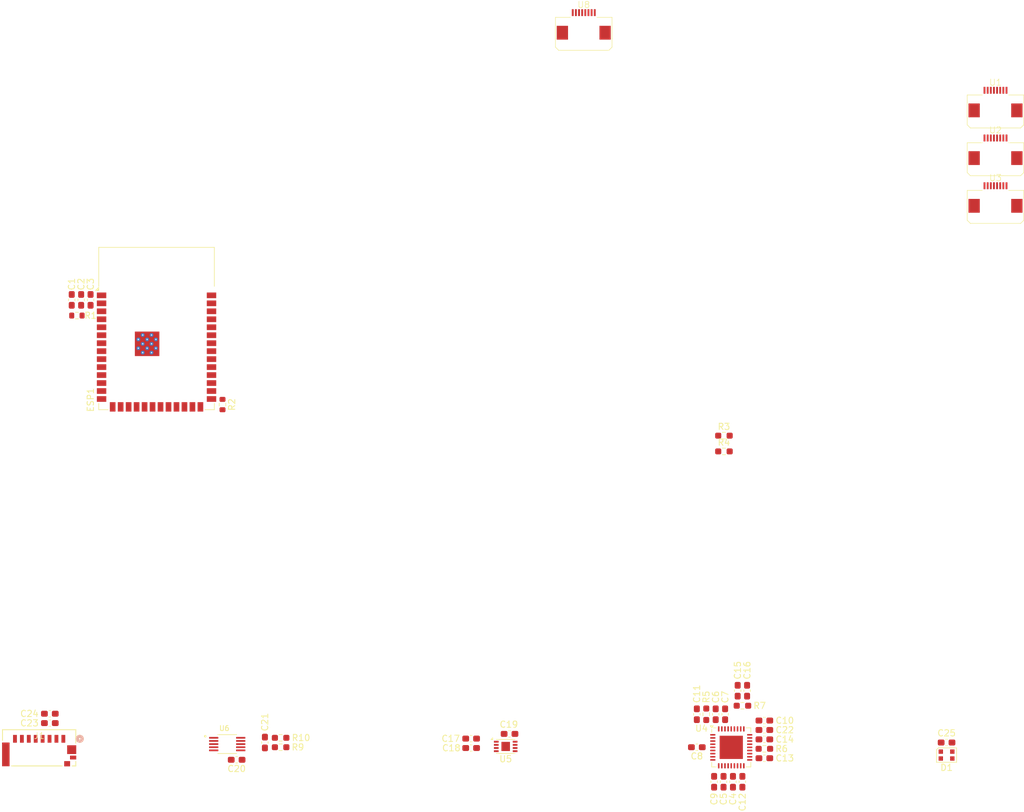
<source format=kicad_pcb>
(kicad_pcb (version 20240108) (generator "pcbnew") (generator_version "8.0")
  (layers (0 "F.Cu" signal) (31 "B.Cu" signal) (34 "B.Paste" user) (35 "F.Paste" user) (36 "B.SilkS" user "B.Silkscreen") (37 "F.SilkS" user "F.Silkscreen") (38 "B.Mask" user) (39 "F.Mask" user) (44 "Edge.Cuts" user))
  (net 0 "")
  (net 1 "Net-(ESP1-EN)")
  (net 2 "GND")
  (net 3 "+3V3")
  (net 4 "Net-(U4-CRFILT)")
  (net 5 "Net-(U4-PLLFILT)")
  (net 6 "Net-(U4-RESET_N)")
  (net 7 "Net-(U4-XTALIN{slash}CLKIN)")
  (net 8 "Net-(U4-XTALOUT)")
  (net 9 "Net-(U5-X1)")
  (net 10 "Net-(U5-X2)")
  (net 11 "Net-(U6-VIN-)")
  (net 12 "Net-(U6-VBUS)")
  (net 13 "+5VP")
  (net 39 "Net-(ESP1-GPIO0{slash}BOOT)")
  (net 48 "I2C SCL")
  (net 49 "I2C SDA")
  (net 50 "Net-(U4-RBIAS)")
  (net 51 "+5V")
  (net 52 "Gesture GPIO 1")
  (net 54 "Debug LED")
  (net 55 "Gesture GPIO 2")
  (net 56 "Snoot UART TX")
  (net 57 "Snoot USB -")
  (net 58 "Snoot USB +")
  (net 59 "Snoot UART RX")
  (net 69 "Power USB +")
  (net 73 "Power USB -")
  (net 76 "Net-(J3-Pin_1)")
  (net 78 "Net-(JP2-C)")
  (net 79 "Net-(JP1-C)")
  (net 80 "SD SPI CS")
  (net 81 "SD SPI CLK")
  (net 83 "SD SPI MOSI")
  (net 84 "SD SPI MISO")
  (net 86 "Photoresistor 1")
  (net 87 "Photoresistor 2")
  (net 88 "Fan 0")
  (net 89 "Mic Analog")
  (net 90 "Fan 1")
  (net 91 "Main USB -")
  (net 92 "Main USB +")
  (net 93 "HUD USB -")
  (net 94 "HUD USB +")
  (footprint "Package_DFN_QFN:QFN-36-1EP_6x6mm_P0.5mm_EP3.7x3.7mm" (layer "F.Cu") (at 137.48 173.77)
    (property "Reference" "U4" (at -4.73 -3.02 0) (layer "F.SilkS"))
    (property "Value" "USB2513B_Bi" (hide yes))
    (fp_line (start -3.11 -2.385) (end -3.11 -2.87) (stroke (width 0.12)) (layer "F.SilkS"))
    (fp_line (start -3.11 3.11) (end -3.11 2.385) (stroke (width 0.12)) (layer "F.SilkS"))
    (fp_line (start -2.385 -3.11) (end -2.81 -3.11) (stroke (width 0.12)) (layer "F.SilkS"))
    (fp_line (start -2.385 3.11) (end -3.11 3.11) (stroke (width 0.12)) (layer "F.SilkS"))
    (fp_line (start 2.385 -3.11) (end 3.11 -3.11) (stroke (width 0.12)) (layer "F.SilkS"))
    (fp_line (start 2.385 3.11) (end 3.11 3.11) (stroke (width 0.12)) (layer "F.SilkS"))
    (fp_line (start 3.11 -3.11) (end 3.11 -2.385) (stroke (width 0.12)) (layer "F.SilkS"))
    (fp_line (start 3.11 3.11) (end 3.11 2.385) (stroke (width 0.12)) (layer "F.SilkS"))
    (fp_poly (pts (xy -3.11 -3.11) (xy -3.35 -3.44) (xy -2.87 -3.44) (xy -3.11 -3.11)) (stroke (width 0.12)) (fill solid) (layer "F.SilkS"))
    (pad "1" smd roundrect (at -2.9375 -2) (size 0.825 0.25) (layers "F.Cu" "F.Paste" "F.Mask") (net 91 "Main USB -"))
    (pad "2" smd roundrect (at -2.9375 -1.5) (size 0.825 0.25) (layers "F.Cu" "F.Paste" "F.Mask") (net 92 "Main USB +"))
    (pad "3" smd roundrect (at -2.9375 -1) (size 0.825 0.25) (layers "F.Cu" "F.Paste" "F.Mask") (net 93 "HUD USB -"))
    (pad "4" smd roundrect (at -2.9375 -0.5) (size 0.825 0.25) (layers "F.Cu" "F.Paste" "F.Mask") (net 94 "HUD USB +"))
    (pad "5" smd roundrect (at -2.9375 0) (size 0.825 0.25) (layers "F.Cu" "F.Paste" "F.Mask") (net 3 "+3V3"))
    (pad "6" smd roundrect (at -2.9375 0.5) (size 0.825 0.25) (layers "F.Cu" "F.Paste" "F.Mask") (net 57 "Snoot USB -"))
    (pad "7" smd roundrect (at -2.9375 1) (size 0.825 0.25) (layers "F.Cu" "F.Paste" "F.Mask") (net 58 "Snoot USB +"))
    (pad "8" smd roundrect (at -2.9375 1.5) (size 0.825 0.25) (layers "F.Cu" "F.Paste" "F.Mask"))
    (pad "9" smd roundrect (at -2.9375 2) (size 0.825 0.25) (layers "F.Cu" "F.Paste" "F.Mask"))
    (pad "10" smd roundrect (at -2 2.9375) (size 0.25 0.825) (layers "F.Cu" "F.Paste" "F.Mask") (net 3 "+3V3"))
    (pad "11" smd roundrect (at -1.5 2.9375) (size 0.25 0.825) (layers "F.Cu" "F.Paste" "F.Mask") (net 2 "GND"))
    (pad "12" smd roundrect (at -1 2.9375) (size 0.25 0.825) (layers "F.Cu" "F.Paste" "F.Mask"))
    (pad "13" smd roundrect (at -0.5 2.9375) (size 0.25 0.825) (layers "F.Cu" "F.Paste" "F.Mask"))
    (pad "14" smd roundrect (at 0 2.9375) (size 0.25 0.825) (layers "F.Cu" "F.Paste" "F.Mask") (net 4 "Net-(U4-CRFILT)"))
    (pad "15" smd roundrect (at 0.5 2.9375) (size 0.25 0.825) (layers "F.Cu" "F.Paste" "F.Mask") (net 3 "+3V3"))
    (pad "16" smd roundrect (at 1 2.9375) (size 0.25 0.825) (layers "F.Cu" "F.Paste" "F.Mask"))
    (pad "17" smd roundrect (at 1.5 2.9375) (size 0.25 0.825) (layers "F.Cu" "F.Paste" "F.Mask"))
    (pad "18" smd roundrect (at 2 2.9375) (size 0.25 0.825) (layers "F.Cu" "F.Paste" "F.Mask"))
    (pad "19" smd roundrect (at 2.9375 2) (size 0.825 0.25) (layers "F.Cu" "F.Paste" "F.Mask"))
    (pad "20" smd roundrect (at 2.9375 1.5) (size 0.825 0.25) (layers "F.Cu" "F.Paste" "F.Mask"))
    (pad "21" smd roundrect (at 2.9375 1) (size 0.825 0.25) (layers "F.Cu" "F.Paste" "F.Mask"))
    (pad "22" smd roundrect (at 2.9375 0.5) (size 0.825 0.25) (layers "F.Cu" "F.Paste" "F.Mask"))
    (pad "23" smd roundrect (at 2.9375 0) (size 0.825 0.25) (layers "F.Cu" "F.Paste" "F.Mask") (net 3 "+3V3"))
    (pad "24" smd roundrect (at 2.9375 -0.5) (size 0.825 0.25) (layers "F.Cu" "F.Paste" "F.Mask"))
    (pad "25" smd roundrect (at 2.9375 -1) (size 0.825 0.25) (layers "F.Cu" "F.Paste" "F.Mask"))
    (pad "26" smd roundrect (at 2.9375 -1.5) (size 0.825 0.25) (layers "F.Cu" "F.Paste" "F.Mask") (net 6 "Net-(U4-RESET_N)"))
    (pad "27" smd roundrect (at 2.9375 -2) (size 0.825 0.25) (layers "F.Cu" "F.Paste" "F.Mask") (net 13 "+5VP"))
    (pad "28" smd roundrect (at 2 -2.9375) (size 0.25 0.825) (layers "F.Cu" "F.Paste" "F.Mask"))
    (pad "29" smd roundrect (at 1.5 -2.9375) (size 0.25 0.825) (layers "F.Cu" "F.Paste" "F.Mask") (net 3 "+3V3"))
    (pad "30" smd roundrect (at 1 -2.9375) (size 0.25 0.825) (layers "F.Cu" "F.Paste" "F.Mask") (net 73 "Power USB -"))
    (pad "31" smd roundrect (at 0.5 -2.9375) (size 0.25 0.825) (layers "F.Cu" "F.Paste" "F.Mask") (net 69 "Power USB +"))
    (pad "32" smd roundrect (at 0 -2.9375) (size 0.25 0.825) (layers "F.Cu" "F.Paste" "F.Mask") (net 8 "Net-(U4-XTALOUT)"))
    (pad "33" smd roundrect (at -0.5 -2.9375) (size 0.25 0.825) (layers "F.Cu" "F.Paste" "F.Mask") (net 7 "Net-(U4-XTALIN{slash}CLKIN)"))
    (pad "34" smd roundrect (at -1 -2.9375) (size 0.25 0.825) (layers "F.Cu" "F.Paste" "F.Mask") (net 5 "Net-(U4-PLLFILT)"))
    (pad "35" smd roundrect (at -1.5 -2.9375) (size 0.25 0.825) (layers "F.Cu" "F.Paste" "F.Mask") (net 50 "Net-(U4-RBIAS)"))
    (pad "36" smd roundrect (at -2 -2.9375) (size 0.25 0.825) (layers "F.Cu" "F.Paste" "F.Mask") (net 3 "+3V3"))
    (pad "37" smd rect (at 0 0) (size 3.7 3.7) (property pad_prop_heatsink) (layers "F.Cu" "F.Mask") (net 2 "GND"))
  )
  (footprint "Capacitor_SMD:C_0603_1608Metric_Pad1.08x0.95mm_HandSolder" (layer "F.Cu") (at 132 168.5 90)
    (property "Reference" "C11" (at 3.25 0 90) (layer "F.SilkS"))
    (property "Value" "0.1uF" (hide yes))
    (fp_line (start -0.146267 -0.51) (end 0.146267 -0.51) (stroke (width 0.12)) (layer "F.SilkS"))
    (fp_line (start -0.146267 0.51) (end 0.146267 0.51) (stroke (width 0.12)) (layer "F.SilkS"))
    (pad "1" smd roundrect (at -0.8625 0 90) (size 1.075 0.95) (layers "F.Cu" "F.Paste" "F.Mask") (net 3 "+3V3"))
    (pad "2" smd roundrect (at 0.8625 0 90) (size 1.075 0.95) (layers "F.Cu" "F.Paste" "F.Mask") (net 2 "GND"))
  )
  (footprint "Capacitor_SMD:C_0603_1608Metric_Pad1.08x0.95mm_HandSolder" (layer "F.Cu") (at 58.75 175.75 180)
    (property "Reference" "C20" (at 0 -1.43 360) (layer "F.SilkS"))
    (property "Value" "0.1uF" (hide yes))
    (fp_line (start -0.146267 0.51) (end 0.146267 0.51) (stroke (width 0.12)) (layer "F.SilkS"))
    (fp_line (start -0.146267 -0.51) (end 0.146267 -0.51) (stroke (width 0.12)) (layer "F.SilkS"))
    (pad "1" smd roundrect (at -0.8625 0 180) (size 1.075 0.95) (layers "F.Cu" "F.Paste" "F.Mask") (net 3 "+3V3"))
    (pad "2" smd roundrect (at 0.8625 0 180) (size 1.075 0.95) (layers "F.Cu" "F.Paste" "F.Mask") (net 2 "GND"))
  )
  (footprint "Package_DFN_QFN:DFN-8-1EP_3x2mm_P0.5mm_EP1.36x1.46mm" (layer "F.Cu") (at 101.575 173.625)
    (property "Reference" "U5" (at 0 2 0) (layer "F.SilkS"))
    (property "Value" "MCP7940N-xMNY" (hide yes))
    (fp_line (start -1.5 -1.11) (end 1.5 -1.11) (stroke (width 0.12)) (layer "F.SilkS"))
    (fp_line (start -1.5 1.11) (end 1.5 1.11) (stroke (width 0.12)) (layer "F.SilkS"))
    (fp_poly (pts (xy -2.06 -1.09) (xy -2.34 -1.09) (xy -2.06 -1.37) (xy -2.06 -1.09)) (stroke (width 0.12)) (fill solid) (layer "F.SilkS"))
    (pad "1" smd rect (at -1.5 -0.75) (size 0.75 0.3) (layers "F.Cu" "F.Paste" "F.Mask") (net 9 "Net-(U5-X1)"))
    (pad "2" smd rect (at -1.5 -0.25) (size 0.75 0.3) (layers "F.Cu" "F.Paste" "F.Mask") (net 10 "Net-(U5-X2)"))
    (pad "3" smd rect (at -1.5 0.25) (size 0.75 0.3) (layers "F.Cu" "F.Paste" "F.Mask") (net 76 "Net-(J3-Pin_1)"))
    (pad "4" smd rect (at -1.5 0.75) (size 0.75 0.3) (layers "F.Cu" "F.Paste" "F.Mask") (net 2 "GND"))
    (pad "5" smd rect (at 1.5 0.75) (size 0.75 0.3) (layers "F.Cu" "F.Paste" "F.Mask") (net 49 "I2C SDA"))
    (pad "6" smd rect (at 1.5 0.25) (size 0.75 0.3) (layers "F.Cu" "F.Paste" "F.Mask") (net 48 "I2C SCL"))
    (pad "7" smd rect (at 1.5 -0.25) (size 0.75 0.3) (layers "F.Cu" "F.Paste" "F.Mask"))
    (pad "8" smd rect (at 1.5 -0.75) (size 0.75 0.3) (layers "F.Cu" "F.Paste" "F.Mask") (net 3 "+3V3"))
    (pad "9" smd rect (at 0 0) (size 1.36 1.46) (layers "F.Cu" "F.Mask") (net 2 "GND"))
  )
  (footprint "FFC:FFC-8-0.5" (layer "F.Cu") (at 114 57.4)
    (property "Reference" "U8" (at 0 -1.9 0) (layer "F.SilkS") (effects (font (thickness 0.1))))
    (property "Value" "F FFC" (hide yes))
    (fp_line (start -4.5 0.1) (end -2.1 0.1) (stroke (width 0.1)) (layer "F.SilkS"))
    (fp_line (start -4.5 3.45) (end -4.5 0.1) (stroke (width 0.1)) (layer "F.SilkS"))
    (fp_line (start -4.5 4.849999) (end -4.5 3.45) (stroke (width 0.1)) (layer "F.SilkS"))
    (fp_line (start -4 5.35) (end -4.5 4.849999) (stroke (width 0.1)) (layer "F.SilkS"))
    (fp_line (start -4 5.35) (end 4 5.35) (stroke (width 0.1)) (layer "F.SilkS"))
    (fp_line (start 2.1 0.1) (end 4.5 0.1) (stroke (width 0.1)) (layer "F.SilkS"))
    (fp_line (start 4 5.35) (end 4.5 4.849999) (stroke (width 0.1)) (layer "F.SilkS"))
    (fp_line (start 4.5 0.1) (end 4.5 3.45) (stroke (width 0.1)) (layer "F.SilkS"))
    (fp_line (start 4.5 4.849999) (end 4.5 3.45) (stroke (width 0.1)) (layer "F.SilkS"))
    (pad "" smd rect (at -3.4 2.55) (size 1.8 2.2) (layers "F.Cu" "F.Paste" "F.Mask"))
    (pad "" smd rect (at 3.4 2.55) (size 1.8 2.2) (layers "F.Cu" "F.Paste" "F.Mask"))
    (pad "1" smd rect (at -1.75 -0.65) (size 0.3 1.1) (layers "F.Cu" "F.Paste" "F.Mask") (net 2 "GND"))
    (pad "2" smd rect (at -1.25 -0.65) (size 0.3 1.1) (layers "F.Cu" "F.Paste" "F.Mask") (net 89 "Mic Analog"))
    (pad "3" smd rect (at -0.75 -0.649999) (size 0.3 1.1) (layers "F.Cu" "F.Paste" "F.Mask") (net 3 "+3V3"))
    (pad "4" smd rect (at -0.25 -0.65) (size 0.3 1.1) (layers "F.Cu" "F.Paste" "F.Mask") (net 51 "+5V"))
    (pad "5" smd rect (at 0.25 -0.65) (size 0.3 1.1) (layers "F.Cu" "F.Paste" "F.Mask") (net 51 "+5V"))
    (pad "6" smd rect (at 0.750001 -0.65) (size 0.3 1.1) (layers "F.Cu" "F.Paste" "F.Mask") (net 88 "Fan 0"))
    (pad "7" smd rect (at 1.25 -0.65) (size 0.3 1.1) (layers "F.Cu" "F.Paste" "F.Mask") (net 90 "Fan 1"))
    (pad "8" smd rect (at 1.749999 -0.65) (size 0.3 1.1) (layers "F.Cu" "F.Paste" "F.Mask") (net 2 "GND"))
  )
  (footprint "Capacitor_SMD:C_0603_1608Metric_Pad1.08x0.95mm_HandSolder" (layer "F.Cu") (at 29.016619 169.91)
    (property "Reference" "C23" (at -3.25 0 0) (layer "F.SilkS"))
    (property "Value" "22uF" (hide yes))
    (fp_line (start -0.146267 -0.51) (end 0.146267 -0.51) (stroke (width 0.12)) (layer "F.SilkS"))
    (fp_line (start -0.146267 0.51) (end 0.146267 0.51) (stroke (width 0.12)) (layer "F.SilkS"))
    (pad "1" smd roundrect (at -0.8625 0) (size 1.075 0.95) (layers "F.Cu" "F.Paste" "F.Mask") (net 3 "+3V3"))
    (pad "2" smd roundrect (at 0.8625 0) (size 1.075 0.95) (layers "F.Cu" "F.Paste" "F.Mask") (net 2 "GND"))
  )
  (footprint "Capacitor_SMD:C_0603_1608Metric_Pad1.08x0.95mm_HandSolder" (layer "F.Cu") (at 135 168.5 90)
    (property "Reference" "C6" (at 2.75 0.01 90) (layer "F.SilkS"))
    (property "Value" "1uF" (hide yes))
    (fp_line (start -0.146267 -0.51) (end 0.146267 -0.51) (stroke (width 0.12)) (layer "F.SilkS"))
    (fp_line (start -0.146267 0.51) (end 0.146267 0.51) (stroke (width 0.12)) (layer "F.SilkS"))
    (pad "1" smd roundrect (at -0.8625 0 90) (size 1.075 0.95) (layers "F.Cu" "F.Paste" "F.Mask") (net 5 "Net-(U4-PLLFILT)"))
    (pad "2" smd roundrect (at 0.8625 0 90) (size 1.075 0.95) (layers "F.Cu" "F.Paste" "F.Mask") (net 2 "GND"))
  )
  (footprint "FFC:FFC-8-0.5" (layer "F.Cu") (at 179.54 84.97)
    (property "Reference" "U3" (at 0 -1.9 0) (layer "F.SilkS") (effects (font (thickness 0.1))))
    (property "Value" "S FFC" (hide yes))
    (fp_line (start -4.5 0.1) (end -2.1 0.1) (stroke (width 0.1)) (layer "F.SilkS"))
    (fp_line (start -4.5 3.45) (end -4.5 0.1) (stroke (width 0.1)) (layer "F.SilkS"))
    (fp_line (start -4.5 4.849999) (end -4.5 3.45) (stroke (width 0.1)) (layer "F.SilkS"))
    (fp_line (start -4 5.35) (end -4.5 4.849999) (stroke (width 0.1)) (layer "F.SilkS"))
    (fp_line (start -4 5.35) (end 4 5.35) (stroke (width 0.1)) (layer "F.SilkS"))
    (fp_line (start 2.1 0.1) (end 4.5 0.1) (stroke (width 0.1)) (layer "F.SilkS"))
    (fp_line (start 4 5.35) (end 4.5 4.849999) (stroke (width 0.1)) (layer "F.SilkS"))
    (fp_line (start 4.5 0.1) (end 4.5 3.45) (stroke (width 0.1)) (layer "F.SilkS"))
    (fp_line (start 4.5 4.849999) (end 4.5 3.45) (stroke (width 0.1)) (layer "F.SilkS"))
    (pad "" smd rect (at -3.4 2.55) (size 1.8 2.2) (layers "F.Cu" "F.Paste" "F.Mask"))
    (pad "" smd rect (at 3.4 2.55) (size 1.8 2.2) (layers "F.Cu" "F.Paste" "F.Mask"))
    (pad "1" smd rect (at -1.75 -0.65) (size 0.3 1.1) (layers "F.Cu" "F.Paste" "F.Mask") (net 2 "GND"))
    (pad "2" smd rect (at -1.25 -0.65) (size 0.3 1.1) (layers "F.Cu" "F.Paste" "F.Mask") (net 59 "Snoot UART RX"))
    (pad "3" smd rect (at -0.75 -0.649999) (size 0.3 1.1) (layers "F.Cu" "F.Paste" "F.Mask") (net 56 "Snoot UART TX"))
    (pad "4" smd rect (at -0.25 -0.65) (size 0.3 1.1) (layers "F.Cu" "F.Paste" "F.Mask") (net 51 "+5V"))
    (pad "5" smd rect (at 0.25 -0.65) (size 0.3 1.1) (layers "F.Cu" "F.Paste" "F.Mask") (net 51 "+5V"))
    (pad "6" smd rect (at 0.750001 -0.65) (size 0.3 1.1) (layers "F.Cu" "F.Paste" "F.Mask") (net 58 "Snoot USB +"))
    (pad "7" smd rect (at 1.25 -0.65) (size 0.3 1.1) (layers "F.Cu" "F.Paste" "F.Mask") (net 57 "Snoot USB -"))
    (pad "8" smd rect (at 1.749999 -0.65) (size 0.3 1.1) (layers "F.Cu" "F.Paste" "F.Mask") (net 2 "GND"))
  )
  (footprint "Resistor_SMD:R_0603_1608Metric_Pad0.98x0.95mm_HandSolder" (layer "F.Cu") (at 65.75 172.25 180)
    (property "Reference" "R10" (at -3.25 0 360) (layer "F.SilkS"))
    (property "Value" "10" (hide yes))
    (fp_line (start -0.254724 0.5225) (end 0.254724 0.5225) (stroke (width 0.12)) (layer "F.SilkS"))
    (fp_line (start -0.254724 -0.5225) (end 0.254724 -0.5225) (stroke (width 0.12)) (layer "F.SilkS"))
    (pad "1" smd roundrect (at -0.9125 0 180) (size 0.975 0.95) (layers "F.Cu" "F.Paste" "F.Mask") (net 51 "+5V"))
    (pad "2" smd roundrect (at 0.9125 0 180) (size 0.975 0.95) (layers "F.Cu" "F.Paste" "F.Mask") (net 11 "Net-(U6-VIN-)"))
  )
  (footprint "Capacitor_SMD:C_0603_1608Metric_Pad1.08x0.95mm_HandSolder" (layer "F.Cu") (at 96.075 172.375 180)
    (property "Reference" "C17" (at 3.25 0 360) (layer "F.SilkS"))
    (property "Value" "18pf" (hide yes))
    (fp_line (start -0.146267 0.51) (end 0.146267 0.51) (stroke (width 0.12)) (layer "F.SilkS"))
    (fp_line (start -0.146267 -0.51) (end 0.146267 -0.51) (stroke (width 0.12)) (layer "F.SilkS"))
    (pad "1" smd roundrect (at -0.8625 0 180) (size 1.075 0.95) (layers "F.Cu" "F.Paste" "F.Mask") (net 9 "Net-(U5-X1)"))
    (pad "2" smd roundrect (at 0.8625 0 180) (size 1.075 0.95) (layers "F.Cu" "F.Paste" "F.Mask") (net 2 "GND"))
  )
  (footprint "Capacitor_SMD:C_0603_1608Metric_Pad1.08x0.95mm_HandSolder" (layer "F.Cu") (at 29.016619 168.41)
    (property "Reference" "C24" (at -3.25 0 0) (layer "F.SilkS"))
    (property "Value" "0.1uF" (hide yes))
    (fp_line (start -0.146267 -0.51) (end 0.146267 -0.51) (stroke (width 0.12)) (layer "F.SilkS"))
    (fp_line (start -0.146267 0.51) (end 0.146267 0.51) (stroke (width 0.12)) (layer "F.SilkS"))
    (pad "1" smd roundrect (at -0.8625 0) (size 1.075 0.95) (layers "F.Cu" "F.Paste" "F.Mask") (net 3 "+3V3"))
    (pad "2" smd roundrect (at 0.8625 0) (size 1.075 0.95) (layers "F.Cu" "F.Paste" "F.Mask") (net 2 "GND"))
  )
  (footprint "Capacitor_SMD:C_0603_1608Metric_Pad1.08x0.95mm_HandSolder" (layer "F.Cu") (at 137.75 179.25 -90)
    (property "Reference" "C4" (at 2.75 0.01 90) (layer "F.SilkS"))
    (property "Value" "0.1uF" (hide yes))
    (fp_line (start -0.146267 0.51) (end 0.146267 0.51) (stroke (width 0.12)) (layer "F.SilkS"))
    (fp_line (start -0.146267 -0.51) (end 0.146267 -0.51) (stroke (width 0.12)) (layer "F.SilkS"))
    (pad "1" smd roundrect (at -0.8625 0 270) (size 1.075 0.95) (layers "F.Cu" "F.Paste" "F.Mask") (net 4 "Net-(U4-CRFILT)"))
    (pad "2" smd roundrect (at 0.8625 0 270) (size 1.075 0.95) (layers "F.Cu" "F.Paste" "F.Mask") (net 2 "GND"))
  )
  (footprint "Micro SD:MicroSD_473092651" (layer "F.Cu") (at 27.322906 172.434)
    (property "Reference" "J1" (at 0 -0.5 0) (layer "F.SilkS") (effects (font (thickness 0.1))))
    (property "Value" "MicroSD" (hide yes))
    (fp_circle (center 6.458 -0.024) (end 6.839 -0.023999) (stroke (width 0.508)) (fill none) (layer "B.SilkS"))
    (fp_line (start -5.8356 -1.473001) (end 5.823 -1.473001) (stroke (width 0.1524)) (layer "F.SilkS"))
    (fp_line (start -5.8356 0.231267) (end -5.8356 -1.473001) (stroke (width 0.1524)) (layer "F.SilkS"))
    (fp_line (start 3.64556 4.292798) (end -4.382071 4.292799) (stroke (width 0.1524)) (layer "F.SilkS"))
    (fp_line (start 5.823 -1.473001) (end 5.823 0.671265) (stroke (width 0.1524)) (layer "F.SilkS"))
    (fp_line (start 5.823 3.596346) (end 5.823 4.292799) (stroke (width 0.1524)) (layer "F.SilkS"))
    (fp_line (start 5.823 4.292799) (end 5.25084 4.292799) (stroke (width 0.1524)) (layer "F.SilkS"))
    (fp_circle (center 6.458 -0.024) (end 6.839 -0.023999) (stroke (width 0.508)) (fill none) (layer "F.SilkS"))
    (pad "1" smd rect (at 3.843712 -0.024) (size 0.6096 1.2446) (layers "F.Cu" "F.Paste" "F.Mask"))
    (pad "2" smd rect (at 2.743711 -0.024) (size 0.6096 1.2446) (layers "F.Cu" "F.Paste" "F.Mask") (net 80 "SD SPI CS"))
    (pad "3" smd rect (at 1.643711 -0.023999) (size 0.6096 1.2446) (layers "F.Cu" "F.Paste" "F.Mask") (net 83 "SD SPI MOSI"))
    (pad "4" smd rect (at 0.54371 -0.024) (size 0.6096 1.2446) (layers "F.Cu" "F.Paste" "F.Mask") (net 3 "+3V3"))
    (pad "5" smd rect (at -0.556287 -0.024) (size 0.6096 1.2446) (layers "F.Cu" "F.Paste" "F.Mask") (net 81 "SD SPI CLK"))
    (pad "6" smd rect (at -1.656288 -0.024) (size 0.6096 1.2446) (layers "F.Cu" "F.Paste" "F.Mask") (net 2 "GND"))
    (pad "7" smd rect (at -2.756288 -0.024) (size 0.6096 1.2446) (layers "F.Cu" "F.Paste" "F.Mask") (net 84 "SD SPI MISO"))
    (pad "8" smd rect (at -3.856288 -0.024) (size 0.6096 1.2446) (layers "F.Cu" "F.Paste" "F.Mask"))
    (pad "G1" smd rect (at -5.311712 2.456307) (size 1.1938 3.7846) (layers "F.Cu" "F.Paste" "F.Mask") (net 2 "GND"))
    (pad "G2" smd rect (at 5.1721 1.704005) (size 1.4478 1.4) (layers "F.Cu" "F.Paste" "F.Mask") (net 2 "GND"))
    (pad "G3" smd rect (at 5.400699 2.958806) (size 0.9906 0.6096) (layers "F.Cu" "F.Paste" "F.Mask") (net 2 "GND"))
    (pad "G4" smd rect (at 4.4482 3.9467) (size 0.9398 0.8382) (layers "F.Cu" "F.Paste" "F.Mask") (net 2 "GND"))
  )
  (footprint "Capacitor_SMD:C_0603_1608Metric_Pad1.08x0.95mm_HandSolder" (layer "F.Cu") (at 32.5 102.5 -90)
    (property "Reference" "C1" (at -2.5 0 -90) (layer "F.SilkS"))
    (property "Value" "1uF" (hide yes))
    (fp_line (start -0.146267 0.51) (end 0.146267 0.51) (stroke (width 0.12)) (layer "F.SilkS"))
    (fp_line (start -0.146267 -0.51) (end 0.146267 -0.51) (stroke (width 0.12)) (layer "F.SilkS"))
    (pad "1" smd roundrect (at -0.8625 0 270) (size 1.075 0.95) (layers "F.Cu" "F.Paste" "F.Mask") (net 2 "GND"))
    (pad "2" smd roundrect (at 0.8625 0 270) (size 1.075 0.95) (layers "F.Cu" "F.Paste" "F.Mask") (net 1 "Net-(ESP1-EN)"))
  )
  (footprint "Resistor_SMD:R_0603_1608Metric_Pad0.98x0.95mm_HandSolder" (layer "F.Cu") (at 136.315 124.125)
    (property "Reference" "R3" (at 0 -1.43 0) (layer "F.SilkS"))
    (property "Value" "10K" (hide yes))
    (fp_line (start -0.254724 -0.5225) (end 0.254724 -0.5225) (stroke (width 0.12)) (layer "F.SilkS"))
    (fp_line (start -0.254724 0.5225) (end 0.254724 0.5225) (stroke (width 0.12)) (layer "F.SilkS"))
    (pad "1" smd roundrect (at -0.9125 0) (size 0.975 0.95) (layers "F.Cu" "F.Paste" "F.Mask") (net 3 "+3V3"))
    (pad "2" smd roundrect (at 0.9125 0) (size 0.975 0.95) (layers "F.Cu" "F.Paste" "F.Mask") (net 48 "I2C SCL"))
  )
  (footprint "Capacitor_SMD:C_0603_1608Metric_Pad1.08x0.95mm_HandSolder" (layer "F.Cu") (at 63.25 173 90)
    (property "Reference" "C21" (at 3.25 0 90) (layer "F.SilkS"))
    (property "Value" "1uF" (hide yes))
    (fp_line (start -0.146267 -0.51) (end 0.146267 -0.51) (stroke (width 0.12)) (layer "F.SilkS"))
    (fp_line (start -0.146267 0.51) (end 0.146267 0.51) (stroke (width 0.12)) (layer "F.SilkS"))
    (pad "1" smd roundrect (at -0.8625 0 90) (size 1.075 0.95) (layers "F.Cu" "F.Paste" "F.Mask") (net 12 "Net-(U6-VBUS)"))
    (pad "2" smd roundrect (at 0.8625 0 90) (size 1.075 0.95) (layers "F.Cu" "F.Paste" "F.Mask") (net 11 "Net-(U6-VIN-)"))
  )
  (footprint "Capacitor_SMD:C_0603_1608Metric_Pad1.08x0.95mm_HandSolder" (layer "F.Cu") (at 132 173.75 180)
    (property "Reference" "C8" (at 0 -1.43 360) (layer "F.SilkS"))
    (property "Value" "0.1uF" (hide yes))
    (fp_line (start -0.146267 0.51) (end 0.146267 0.51) (stroke (width 0.12)) (layer "F.SilkS"))
    (fp_line (start -0.146267 -0.51) (end 0.146267 -0.51) (stroke (width 0.12)) (layer "F.SilkS"))
    (pad "1" smd roundrect (at -0.8625 0 180) (size 1.075 0.95) (layers "F.Cu" "F.Paste" "F.Mask") (net 3 "+3V3"))
    (pad "2" smd roundrect (at 0.8625 0 180) (size 1.075 0.95) (layers "F.Cu" "F.Paste" "F.Mask") (net 2 "GND"))
  )
  (footprint "Resistor_SMD:R_0603_1608Metric_Pad0.98x0.95mm_HandSolder" (layer "F.Cu") (at 142.75 174)
    (property "Reference" "R6" (at 2.75 0 0) (layer "F.SilkS"))
    (property "Value" "100K" (hide yes))
    (fp_line (start -0.254724 -0.5225) (end 0.254724 -0.5225) (stroke (width 0.12)) (layer "F.SilkS"))
    (fp_line (start -0.254724 0.5225) (end 0.254724 0.5225) (stroke (width 0.12)) (layer "F.SilkS"))
    (pad "1" smd roundrect (at -0.9125 0) (size 0.975 0.95) (layers "F.Cu" "F.Paste" "F.Mask") (net 6 "Net-(U4-RESET_N)"))
    (pad "2" smd roundrect (at 0.9125 0) (size 0.975 0.95) (layers "F.Cu" "F.Paste" "F.Mask") (net 3 "+3V3"))
  )
  (footprint "Capacitor_SMD:C_0603_1608Metric_Pad1.08x0.95mm_HandSolder" (layer "F.Cu") (at 142.75 169.5)
    (property "Reference" "C10" (at 3.25 0 360) (layer "F.SilkS"))
    (property "Value" "0.1uF" (hide yes))
    (fp_line (start -0.146267 -0.51) (end 0.146267 -0.51) (stroke (width 0.12)) (layer "F.SilkS"))
    (fp_line (start -0.146267 0.51) (end 0.146267 0.51) (stroke (width 0.12)) (layer "F.SilkS"))
    (pad "1" smd roundrect (at -0.8625 0) (size 1.075 0.95) (layers "F.Cu" "F.Paste" "F.Mask") (net 3 "+3V3"))
    (pad "2" smd roundrect (at 0.8625 0) (size 1.075 0.95) (layers "F.Cu" "F.Paste" "F.Mask") (net 2 "GND"))
  )
  (footprint "Capacitor_SMD:C_0603_1608Metric_Pad1.08x0.95mm_HandSolder" (layer "F.Cu") (at 136.25 179.25 -90)
    (property "Reference" "C5" (at 2.75 0 90) (layer "F.SilkS"))
    (property "Value" "1uF" (hide yes))
    (fp_line (start -0.146267 0.51) (end 0.146267 0.51) (stroke (width 0.12)) (layer "F.SilkS"))
    (fp_line (start -0.146267 -0.51) (end 0.146267 -0.51) (stroke (width 0.12)) (layer "F.SilkS"))
    (pad "1" smd roundrect (at -0.8625 0 270) (size 1.075 0.95) (layers "F.Cu" "F.Paste" "F.Mask") (net 4 "Net-(U4-CRFILT)"))
    (pad "2" smd roundrect (at 0.8625 0 270) (size 1.075 0.95) (layers "F.Cu" "F.Paste" "F.Mask") (net 2 "GND"))
  )
  (footprint "Resistor_SMD:R_0603_1608Metric" (layer "F.Cu") (at 33.325 105 180)
    (property "Reference" "R1" (at -2.175 0 360) (layer "F.SilkS"))
    (property "Value" "10K" (hide yes))
    (fp_line (start -0.237258 0.5225) (end 0.237258 0.5225) (stroke (width 0.12)) (layer "F.SilkS"))
    (fp_line (start -0.237258 -0.5225) (end 0.237258 -0.5225) (stroke (width 0.12)) (layer "F.SilkS"))
    (pad "1" smd roundrect (at -0.825 0 180) (size 0.8 0.95) (layers "F.Cu" "F.Paste" "F.Mask") (net 3 "+3V3"))
    (pad "2" smd roundrect (at 0.825 0 180) (size 0.8 0.95) (layers "F.Cu" "F.Paste" "F.Mask") (net 1 "Net-(ESP1-EN)"))
  )
  (footprint "Capacitor_SMD:C_0603_1608Metric_Pad1.08x0.95mm_HandSolder" (layer "F.Cu") (at 142.75 175.5)
    (property "Reference" "C13" (at 3.25 0 0) (layer "F.SilkS"))
    (property "Value" "0.1uF" (hide yes))
    (fp_line (start -0.146267 -0.51) (end 0.146267 -0.51) (stroke (width 0.12)) (layer "F.SilkS"))
    (fp_line (start -0.146267 0.51) (end 0.146267 0.51) (stroke (width 0.12)) (layer "F.SilkS"))
    (pad "1" smd roundrect (at -0.8625 0) (size 1.075 0.95) (layers "F.Cu" "F.Paste" "F.Mask") (net 3 "+3V3"))
    (pad "2" smd roundrect (at 0.8625 0) (size 1.075 0.95) (layers "F.Cu" "F.Paste" "F.Mask") (net 2 "GND"))
  )
  (footprint "Resistor_SMD:R_0603_1608Metric_Pad0.98x0.95mm_HandSolder" (layer "F.Cu") (at 65.75 173.75 180)
    (property "Reference" "R9" (at -2.75 0 360) (layer "F.SilkS"))
    (property "Value" "10" (hide yes))
    (fp_line (start -0.254724 0.5225) (end 0.254724 0.5225) (stroke (width 0.12)) (layer "F.SilkS"))
    (fp_line (start -0.254724 -0.5225) (end 0.254724 -0.5225) (stroke (width 0.12)) (layer "F.SilkS"))
    (pad "1" smd roundrect (at -0.9125 0 180) (size 0.975 0.95) (layers "F.Cu" "F.Paste" "F.Mask") (net 13 "+5VP"))
    (pad "2" smd roundrect (at 0.9125 0 180) (size 0.975 0.95) (layers "F.Cu" "F.Paste" "F.Mask") (net 12 "Net-(U6-VBUS)"))
  )
  (footprint "Resistor_SMD:R_0603_1608Metric_Pad0.98x0.95mm_HandSolder" (layer "F.Cu") (at 133.5 168.5 -90)
    (property "Reference" "R5" (at -2.75 0 90) (layer "F.SilkS"))
    (property "Value" "12K" (hide yes))
    (fp_line (start -0.254724 0.5225) (end 0.254724 0.5225) (stroke (width 0.12)) (layer "F.SilkS"))
    (fp_line (start -0.254724 -0.5225) (end 0.254724 -0.5225) (stroke (width 0.12)) (layer "F.SilkS"))
    (pad "1" smd roundrect (at -0.9125 0 270) (size 0.975 0.95) (layers "F.Cu" "F.Paste" "F.Mask") (net 2 "GND"))
    (pad "2" smd roundrect (at 0.9125 0 270) (size 0.975 0.95) (layers "F.Cu" "F.Paste" "F.Mask") (net 50 "Net-(U4-RBIAS)"))
  )
  (footprint "Resistor_SMD:R_0603_1608Metric" (layer "F.Cu") (at 56.5 119.175 90)
    (property "Reference" "R2" (at 0 1.5 90) (layer "F.SilkS"))
    (property "Value" "10K" (hide yes))
    (fp_line (start -0.237258 -0.5225) (end 0.237258 -0.5225) (stroke (width 0.12)) (layer "F.SilkS"))
    (fp_line (start -0.237258 0.5225) (end 0.237258 0.5225) (stroke (width 0.12)) (layer "F.SilkS"))
    (pad "1" smd roundrect (at -0.825 0 90) (size 0.8 0.95) (layers "F.Cu" "F.Paste" "F.Mask") (net 3 "+3V3"))
    (pad "2" smd roundrect (at 0.825 0 90) (size 0.8 0.95) (layers "F.Cu" "F.Paste" "F.Mask") (net 39 "Net-(ESP1-GPIO0{slash}BOOT)"))
  )
  (footprint "Capacitor_SMD:C_0603_1608Metric_Pad1.08x0.95mm_HandSolder" (layer "F.Cu") (at 171.75 173 180)
    (property "Reference" "C25" (at 0 1.5 360) (layer "F.SilkS"))
    (property "Value" "1uF" (hide yes))
    (fp_line (start -0.146267 0.51) (end 0.146267 0.51) (stroke (width 0.12)) (layer "F.SilkS"))
    (fp_line (start -0.146267 -0.51) (end 0.146267 -0.51) (stroke (width 0.12)) (layer "F.SilkS"))
    (pad "1" smd roundrect (at -0.8625 0 180) (size 1.075 0.95) (layers "F.Cu" "F.Paste" "F.Mask") (net 51 "+5V"))
    (pad "2" smd roundrect (at 0.8625 0 180) (size 1.075 0.95) (layers "F.Cu" "F.Paste" "F.Mask") (net 2 "GND"))
  )
  (footprint "Capacitor_SMD:C_0603_1608Metric_Pad1.08x0.95mm_HandSolder" (layer "F.Cu") (at 140 164.75 -90)
    (property "Reference" "C16" (at -3.25 -0.01 90) (layer "F.SilkS"))
    (property "Value" "18pf" (hide yes))
    (fp_line (start -0.146267 0.51) (end 0.146267 0.51) (stroke (width 0.12)) (layer "F.SilkS"))
    (fp_line (start -0.146267 -0.51) (end 0.146267 -0.51) (stroke (width 0.12)) (layer "F.SilkS"))
    (pad "1" smd roundrect (at -0.8625 0 270) (size 1.075 0.95) (layers "F.Cu" "F.Paste" "F.Mask") (net 2 "GND"))
    (pad "2" smd roundrect (at 0.8625 0 270) (size 1.075 0.95) (layers "F.Cu" "F.Paste" "F.Mask") (net 8 "Net-(U4-XTALOUT)"))
  )
  (footprint "Capacitor_SMD:C_0603_1608Metric_Pad1.08x0.95mm_HandSolder" (layer "F.Cu") (at 138.5 164.75 -90)
    (property "Reference" "C15" (at -3.25 0 90) (layer "F.SilkS"))
    (property "Value" "18pf" (hide yes))
    (fp_line (start -0.146267 0.51) (end 0.146267 0.51) (stroke (width 0.12)) (layer "F.SilkS"))
    (fp_line (start -0.146267 -0.51) (end 0.146267 -0.51) (stroke (width 0.12)) (layer "F.SilkS"))
    (pad "1" smd roundrect (at -0.8625 0 270) (size 1.075 0.95) (layers "F.Cu" "F.Paste" "F.Mask") (net 2 "GND"))
    (pad "2" smd roundrect (at 0.8625 0 270) (size 1.075 0.95) (layers "F.Cu" "F.Paste" "F.Mask") (net 7 "Net-(U4-XTALIN{slash}CLKIN)"))
  )
  (footprint "Capacitor_SMD:C_0603_1608Metric_Pad1.08x0.95mm_HandSolder" (layer "F.Cu") (at 34 102.5 90)
    (property "Reference" "C2" (at 2.5 0 90) (layer "F.SilkS"))
    (property "Value" "22uF" (hide yes))
    (fp_line (start -0.146267 -0.51) (end 0.146267 -0.51) (stroke (width 0.12)) (layer "F.SilkS"))
    (fp_line (start -0.146267 0.51) (end 0.146267 0.51) (stroke (width 0.12)) (layer "F.SilkS"))
    (pad "1" smd roundrect (at -0.8625 0 90) (size 1.075 0.95) (layers "F.Cu" "F.Paste" "F.Mask") (net 3 "+3V3"))
    (pad "2" smd roundrect (at 0.8625 0 90) (size 1.075 0.95) (layers "F.Cu" "F.Paste" "F.Mask") (net 2 "GND"))
  )
  (footprint "INA220:SOP50P490X110-10N" (layer "F.Cu") (at 57.25 173.25)
    (property "Reference" "U6" (at -0.46 -2.508 0) (layer "F.SilkS") (effects (font (size 0.8 0.8))))
    (property "Value" "INA220AIDGSR" (hide yes))
    (fp_line (start -1.5 -1.5) (end 1.5 -1.5) (stroke (width 0.127)) (layer "F.SilkS"))
    (fp_line (start -1.5 1.5) (end 1.5 1.5) (stroke (width 0.127)) (layer "F.SilkS"))
    (fp_circle (center -3.5 -1.25) (end -3.4 -1.25) (stroke (width 0.2)) (fill none) (layer "F.SilkS"))
    (pad "1" smd roundrect (at -2.15 -1) (size 1.47 0.28) (layers "F.Cu" "F.Paste" "F.Mask") (roundrect_rratio 0.125) (net 79 "Net-(JP1-C)"))
    (pad "2" smd roundrect (at -2.15 -0.5) (size 1.47 0.28) (layers "F.Cu" "F.Paste" "F.Mask") (roundrect_rratio 0.125) (net 78 "Net-(JP2-C)"))
    (pad "3" smd roundrect (at -2.15 0) (size 1.47 0.28) (layers "F.Cu" "F.Paste" "F.Mask") (roundrect_rratio 0.125))
    (pad "4" smd roundrect (at -2.15 0.5) (size 1.47 0.28) (layers "F.Cu" "F.Paste" "F.Mask") (roundrect_rratio 0.125) (net 49 "I2C SDA"))
    (pad "5" smd roundrect (at -2.15 1) (size 1.47 0.28) (layers "F.Cu" "F.Paste" "F.Mask") (roundrect_rratio 0.125) (net 48 "I2C SCL"))
    (pad "6" smd roundrect (at 2.15 1) (size 1.47 0.28) (layers "F.Cu" "F.Paste" "F.Mask") (roundrect_rratio 0.125) (net 3 "+3V3"))
    (pad "7" smd roundrect (at 2.15 0.5) (size 1.47 0.28) (layers "F.Cu" "F.Paste" "F.Mask") (roundrect_rratio 0.125) (net 2 "GND"))
    (pad "8" smd roundrect (at 2.15 0) (size 1.47 0.28) (layers "F.Cu" "F.Paste" "F.Mask") (roundrect_rratio 0.125) (net 12 "Net-(U6-VBUS)"))
    (pad "9" smd roundrect (at 2.15 -0.5) (size 1.47 0.28) (layers "F.Cu" "F.Paste" "F.Mask") (roundrect_rratio 0.125) (net 11 "Net-(U6-VIN-)"))
    (pad "10" smd roundrect (at 2.15 -1) (size 1.47 0.28) (layers "F.Cu" "F.Paste" "F.Mask") (roundrect_rratio 0.125) (net 12 "Net-(U6-VBUS)"))
  )
  (footprint "Capacitor_SMD:C_0603_1608Metric_Pad1.08x0.95mm_HandSolder" (layer "F.Cu") (at 102.1875 171.625 180)
    (property "Reference" "C19" (at 0.1125 1.5 360) (layer "F.SilkS"))
    (property "Value" "0.1uF" (hide yes))
    (fp_line (start -0.146267 0.51) (end 0.146267 0.51) (stroke (width 0.12)) (layer "F.SilkS"))
    (fp_line (start -0.146267 -0.51) (end 0.146267 -0.51) (stroke (width 0.12)) (layer "F.SilkS"))
    (pad "1" smd roundrect (at -0.8625 0 180) (size 1.075 0.95) (layers "F.Cu" "F.Paste" "F.Mask") (net 3 "+3V3"))
    (pad "2" smd roundrect (at 0.8625 0 180) (size 1.075 0.95) (layers "F.Cu" "F.Paste" "F.Mask") (net 2 "GND"))
  )
  (footprint "LED_SMD:LED_WS2812B-2020_PLCC4_2.0x2.0mm" (layer "F.Cu") (at 171.75 175)
    (property "Reference" "D1" (at 0 2 0) (layer "F.SilkS"))
    (property "Value" "WS2812B-2020" (hide yes))
    (fp_line (start -1.6 1.15) (end -1.6 -0.85) (stroke (width 0.12)) (layer "F.SilkS"))
    (fp_line (start -1.6 1.15) (end 1.6 1.15) (stroke (width 0.12)) (layer "F.SilkS"))
    (fp_line (start -1.3 -1.15) (end -1.6 -0.85) (stroke (width 0.12)) (layer "F.SilkS"))
    (fp_line (start -1.3 -1.15) (end 1.6 -1.15) (stroke (width 0.12)) (layer "F.SilkS"))
    (fp_line (start 1.6 -1.15) (end 1.6 1.15) (stroke (width 0.12)) (layer "F.SilkS"))
    (pad "1" smd rect (at -0.915 -0.55) (size 0.7 0.7) (layers "F.Cu" "F.Paste" "F.Mask"))
    (pad "2" smd rect (at -0.915 0.55) (size 0.7 0.7) (layers "F.Cu" "F.Paste" "F.Mask") (net 2 "GND"))
    (pad "3" smd rect (at 0.915 0.55) (size 0.7 0.7) (layers "F.Cu" "F.Paste" "F.Mask") (net 54 "Debug LED"))
    (pad "4" smd rect (at 0.915 -0.55) (size 0.7 0.7) (layers "F.Cu" "F.Paste" "F.Mask") (net 51 "+5V"))
  )
  (footprint "Resistor_SMD:R_0603_1608Metric_Pad0.98x0.95mm_HandSolder" (layer "F.Cu") (at 139.26 167.1375 180)
    (property "Reference" "R7" (at -2.74 0 360) (layer "F.SilkS"))
    (property "Value" "1M" (hide yes))
    (fp_line (start -0.254724 0.5225) (end 0.254724 0.5225) (stroke (width 0.12)) (layer "F.SilkS"))
    (fp_line (start -0.254724 -0.5225) (end 0.254724 -0.5225) (stroke (width 0.12)) (layer "F.SilkS"))
    (pad "1" smd roundrect (at -0.9125 0 180) (size 0.975 0.95) (layers "F.Cu" "F.Paste" "F.Mask") (net 8 "Net-(U4-XTALOUT)"))
    (pad "2" smd roundrect (at 0.9125 0 180) (size 0.975 0.95) (layers "F.Cu" "F.Paste" "F.Mask") (net 7 "Net-(U4-XTALIN{slash}CLKIN)"))
  )
  (footprint "Capacitor_SMD:C_0603_1608Metric_Pad1.08x0.95mm_HandSolder" (layer "F.Cu") (at 136.5 168.5 90)
    (property "Reference" "C7" (at 2.75 0 90) (layer "F.SilkS"))
    (property "Value" "0.1uF" (hide yes))
    (fp_line (start -0.146267 -0.51) (end 0.146267 -0.51) (stroke (width 0.12)) (layer "F.SilkS"))
    (fp_line (start -0.146267 0.51) (end 0.146267 0.51) (stroke (width 0.12)) (layer "F.SilkS"))
    (pad "1" smd roundrect (at -0.8625 0 90) (size 1.075 0.95) (layers "F.Cu" "F.Paste" "F.Mask") (net 5 "Net-(U4-PLLFILT)"))
    (pad "2" smd roundrect (at 0.8625 0 90) (size 1.075 0.95) (layers "F.Cu" "F.Paste" "F.Mask") (net 2 "GND"))
  )
  (footprint "Capacitor_SMD:C_0603_1608Metric_Pad1.08x0.95mm_HandSolder" (layer "F.Cu") (at 35.5 102.5 90)
    (property "Reference" "C3" (at 2.5 0 90) (layer "F.SilkS"))
    (property "Value" "0.1uF" (hide yes))
    (fp_line (start -0.146267 -0.51) (end 0.146267 -0.51) (stroke (width 0.12)) (layer "F.SilkS"))
    (fp_line (start -0.146267 0.51) (end 0.146267 0.51) (stroke (width 0.12)) (layer "F.SilkS"))
    (pad "1" smd roundrect (at -0.8625 0 90) (size 1.075 0.95) (layers "F.Cu" "F.Paste" "F.Mask") (net 3 "+3V3"))
    (pad "2" smd roundrect (at 0.8625 0 90) (size 1.075 0.95) (layers "F.Cu" "F.Paste" "F.Mask") (net 2 "GND"))
  )
  (footprint "Resistor_SMD:R_0603_1608Metric_Pad0.98x0.95mm_HandSolder" (layer "F.Cu") (at 136.315 126.635)
    (property "Reference" "R4" (at 0 -1.43 0) (layer "F.SilkS"))
    (property "Value" "10K" (hide yes))
    (fp_line (start -0.254724 -0.5225) (end 0.254724 -0.5225) (stroke (width 0.12)) (layer "F.SilkS"))
    (fp_line (start -0.254724 0.5225) (end 0.254724 0.5225) (stroke (width 0.12)) (layer "F.SilkS"))
    (pad "1" smd roundrect (at -0.9125 0) (size 0.975 0.95) (layers "F.Cu" "F.Paste" "F.Mask") (net 3 "+3V3"))
    (pad "2" smd roundrect (at 0.9125 0) (size 0.975 0.95) (layers "F.Cu" "F.Paste" "F.Mask") (net 49 "I2C SDA"))
  )
  (footprint "Capacitor_SMD:C_0603_1608Metric_Pad1.08x0.95mm_HandSolder" (layer "F.Cu") (at 142.75 172.5)
    (property "Reference" "C14" (at 3.25 0 360) (layer "F.SilkS"))
    (property "Value" "0.1uF" (hide yes))
    (fp_line (start -0.146267 -0.51) (end 0.146267 -0.51) (stroke (width 0.12)) (layer "F.SilkS"))
    (fp_line (start -0.146267 0.51) (end 0.146267 0.51) (stroke (width 0.12)) (layer "F.SilkS"))
    (pad "1" smd roundrect (at -0.8625 0) (size 1.075 0.95) (layers "F.Cu" "F.Paste" "F.Mask") (net 6 "Net-(U4-RESET_N)"))
    (pad "2" smd roundrect (at 0.8625 0) (size 1.075 0.95) (layers "F.Cu" "F.Paste" "F.Mask") (net 2 "GND"))
  )
  (footprint "Capacitor_SMD:C_0603_1608Metric_Pad1.08x0.95mm_HandSolder" (layer "F.Cu") (at 142.75 171)
    (property "Reference" "C22" (at 3.25 0 0) (layer "F.SilkS"))
    (property "Value" "0.1uF" (hide yes))
    (fp_line (start -0.146267 -0.51) (end 0.146267 -0.51) (stroke (width 0.12)) (layer "F.SilkS"))
    (fp_line (start -0.146267 0.51) (end 0.146267 0.51) (stroke (width 0.12)) (layer "F.SilkS"))
    (pad "1" smd roundrect (at -0.8625 0) (size 1.075 0.95) (layers "F.Cu" "F.Paste" "F.Mask") (net 13 "+5VP"))
    (pad "2" smd roundrect (at 0.8625 0) (size 1.075 0.95) (layers "F.Cu" "F.Paste" "F.Mask") (net 2 "GND"))
  )
  (footprint "Capacitor_SMD:C_0603_1608Metric_Pad1.08x0.95mm_HandSolder" (layer "F.Cu") (at 139.25 179.25 -90)
    (property "Reference" "C12" (at 3.25 0 90) (layer "F.SilkS"))
    (property "Value" "0.1uF" (hide yes))
    (fp_line (start -0.146267 0.51) (end 0.146267 0.51) (stroke (width 0.12)) (layer "F.SilkS"))
    (fp_line (start -0.146267 -0.51) (end 0.146267 -0.51) (stroke (width 0.12)) (layer "F.SilkS"))
    (pad "1" smd roundrect (at -0.8625 0 270) (size 1.075 0.95) (layers "F.Cu" "F.Paste" "F.Mask") (net 3 "+3V3"))
    (pad "2" smd roundrect (at 0.8625 0 270) (size 1.075 0.95) (layers "F.Cu" "F.Paste" "F.Mask") (net 2 "GND"))
  )
  (footprint "Capacitor_SMD:C_0603_1608Metric_Pad1.08x0.95mm_HandSolder" (layer "F.Cu") (at 134.75 179.25 -90)
    (property "Reference" "C9" (at 2.75 0 90) (layer "F.SilkS"))
    (property "Value" "0.1uF" (hide yes))
    (fp_line (start -0.146267 0.51) (end 0.146267 0.51) (stroke (width 0.12)) (layer "F.SilkS"))
    (fp_line (start -0.146267 -0.51) (end 0.146267 -0.51) (stroke (width 0.12)) (layer "F.SilkS"))
    (pad "1" smd roundrect (at -0.8625 0 270) (size 1.075 0.95) (layers "F.Cu" "F.Paste" "F.Mask") (net 3 "+3V3"))
    (pad "2" smd roundrect (at 0.8625 0 270) (size 1.075 0.95) (layers "F.Cu" "F.Paste" "F.Mask") (net 2 "GND"))
  )
  (footprint "RF_Module:ESP32-S3-WROOM-1" (layer "F.Cu") (at 46 107.04)
    (property "Reference" "ESP1" (at -10.5 11.4 90) (layer "F.SilkS"))
    (property "Value" "ESP32-S3-WROOM-1" (hide yes))
    (fp_line (start -9.2 -12.9) (end -9.2 -6.7) (stroke (width 0.12)) (layer "F.SilkS"))
    (fp_line (start -9.2 -12.9) (end 9.2 -12.9) (stroke (width 0.12)) (layer "F.SilkS"))
    (fp_line (start -9.2 11.95) (end -9.2 12.95) (stroke (width 0.12)) (layer "F.SilkS"))
    (fp_line (start -9.2 12.95) (end -7.7 12.95) (stroke (width 0.12)) (layer "F.SilkS"))
    (fp_line (start 9.2 -12.9) (end 9.2 -6.7) (stroke (width 0.12)) (layer "F.SilkS"))
    (fp_line (start 9.2 12.95) (end 7.7 12.95) (stroke (width 0.12)) (layer "F.SilkS"))
    (fp_line (start 9.2 12.95) (end 9.2 11.95) (stroke (width 0.12)) (layer "F.SilkS"))
    (fp_poly (pts (xy -9.2 -6.025) (xy -9.7 -6.025) (xy -9.2 -6.525) (xy -9.2 -6.025)) (stroke (width 0.12)) (fill solid) (layer "F.SilkS"))
    (pad "1" smd rect (at -8.75 -5.26) (size 1.5 0.9) (layers "F.Cu" "F.Paste" "F.Mask") (net 2 "GND"))
    (pad "2" smd rect (at -8.75 -3.99) (size 1.5 0.9) (layers "F.Cu" "F.Paste" "F.Mask") (net 3 "+3V3"))
    (pad "3" smd rect (at -8.75 -2.72) (size 1.5 0.9) (layers "F.Cu" "F.Paste" "F.Mask") (net 1 "Net-(ESP1-EN)"))
    (pad "4" smd rect (at -8.75 -1.45) (size 1.5 0.9) (layers "F.Cu" "F.Paste" "F.Mask"))
    (pad "5" smd rect (at -8.75 -0.18) (size 1.5 0.9) (layers "F.Cu" "F.Paste" "F.Mask"))
    (pad "6" smd rect (at -8.75 1.09) (size 1.5 0.9) (layers "F.Cu" "F.Paste" "F.Mask"))
    (pad "7" smd rect (at -8.75 2.36) (size 1.5 0.9) (layers "F.Cu" "F.Paste" "F.Mask"))
    (pad "8" smd rect (at -8.75 3.63) (size 1.5 0.9) (layers "F.Cu" "F.Paste" "F.Mask"))
    (pad "9" smd rect (at -8.75 4.9) (size 1.5 0.9) (layers "F.Cu" "F.Paste" "F.Mask"))
    (pad "10" smd rect (at -8.75 6.17) (size 1.5 0.9) (layers "F.Cu" "F.Paste" "F.Mask"))
    (pad "11" smd rect (at -8.75 7.44) (size 1.5 0.9) (layers "F.Cu" "F.Paste" "F.Mask"))
    (pad "12" smd rect (at -8.75 8.71) (size 1.5 0.9) (layers "F.Cu" "F.Paste" "F.Mask"))
    (pad "13" smd rect (at -8.75 9.98) (size 1.5 0.9) (layers "F.Cu" "F.Paste" "F.Mask") (net 91 "Main USB -"))
    (pad "14" smd rect (at -8.75 11.25 180) (size 1.5 0.9) (layers "F.Cu" "F.Paste" "F.Mask") (net 92 "Main USB +"))
    (pad "15" smd rect (at -6.985 12.5 270) (size 1.5 0.9) (layers "F.Cu" "F.Paste" "F.Mask"))
    (pad "16" smd rect (at -5.715 12.5 270) (size 1.5 0.9) (layers "F.Cu" "F.Paste" "F.Mask"))
    (pad "17" smd rect (at -4.445 12.5 270) (size 1.5 0.9) (layers "F.Cu" "F.Paste" "F.Mask"))
    (pad "18" smd rect (at -3.175 12.5 270) (size 1.5 0.9) (layers "F.Cu" "F.Paste" "F.Mask"))
    (pad "19" smd rect (at -1.905 12.5 270) (size 1.5 0.9) (layers "F.Cu" "F.Paste" "F.Mask"))
    (pad "20" smd rect (at -0.635 12.5 270) (size 1.5 0.9) (layers "F.Cu" "F.Paste" "F.Mask"))
    (pad "21" smd rect (at 0.635 12.5 270) (size 1.5 0.9) (layers "F.Cu" "F.Paste" "F.Mask"))
    (pad "22" smd rect (at 1.905 12.5 270) (size 1.5 0.9) (layers "F.Cu" "F.Paste" "F.Mask"))
    (pad "23" smd rect (at 3.175 12.5 270) (size 1.5 0.9) (layers "F.Cu" "F.Paste" "F.Mask"))
    (pad "24" smd rect (at 4.445 12.5 270) (size 1.5 0.9) (layers "F.Cu" "F.Paste" "F.Mask"))
    (pad "25" smd rect (at 5.715 12.5 270) (size 1.5 0.9) (layers "F.Cu" "F.Paste" "F.Mask"))
    (pad "26" smd rect (at 6.985 12.5 270) (size 1.5 0.9) (layers "F.Cu" "F.Paste" "F.Mask"))
    (pad "27" smd rect (at 8.75 11.25) (size 1.5 0.9) (layers "F.Cu" "F.Paste" "F.Mask") (net 39 "Net-(ESP1-GPIO0{slash}BOOT)"))
    (pad "28" smd rect (at 8.75 9.98) (size 1.5 0.9) (layers "F.Cu" "F.Paste" "F.Mask"))
    (pad "29" smd rect (at 8.75 8.71) (size 1.5 0.9) (layers "F.Cu" "F.Paste" "F.Mask"))
    (pad "30" smd rect (at 8.75 7.44) (size 1.5 0.9) (layers "F.Cu" "F.Paste" "F.Mask"))
    (pad "31" smd rect (at 8.75 6.17) (size 1.5 0.9) (layers "F.Cu" "F.Paste" "F.Mask"))
    (pad "32" smd rect (at 8.75 4.9) (size 1.5 0.9) (layers "F.Cu" "F.Paste" "F.Mask"))
    (pad "33" smd rect (at 8.75 3.63) (size 1.5 0.9) (layers "F.Cu" "F.Paste" "F.Mask"))
    (pad "34" smd rect (at 8.75 2.36) (size 1.5 0.9) (layers "F.Cu" "F.Paste" "F.Mask"))
    (pad "35" smd rect (at 8.75 1.09) (size 1.5 0.9) (layers "F.Cu" "F.Paste" "F.Mask"))
    (pad "36" smd rect (at 8.75 -0.18) (size 1.5 0.9) (layers "F.Cu" "F.Paste" "F.Mask"))
    (pad "37" smd rect (at 8.75 -1.45) (size 1.5 0.9) (layers "F.Cu" "F.Paste" "F.Mask"))
    (pad "38" smd rect (at 8.75 -2.72) (size 1.5 0.9) (layers "F.Cu" "F.Paste" "F.Mask"))
    (pad "39" smd rect (at 8.75 -3.99) (size 1.5 0.9) (layers "F.Cu" "F.Paste" "F.Mask"))
    (pad "40" smd rect (at 8.75 -5.26) (size 1.5 0.9) (layers "F.Cu" "F.Paste" "F.Mask") (net 2 "GND"))
    (pad "41" thru_hole circle (at -2.9 1.76 90) (size 0.6 0.6) (drill 0.2) (property pad_prop_heatsink) (layers "*.Cu" "F.Mask") (net 2 "GND"))
    (pad "41" thru_hole circle (at -2.9 3.16) (size 0.6 0.6) (drill 0.2) (property pad_prop_heatsink) (layers "*.Cu" "F.Mask") (net 2 "GND"))
    (pad "41" thru_hole circle (at -2.2 1.06) (size 0.6 0.6) (drill 0.2) (property pad_prop_heatsink) (layers "*.Cu" "F.Mask") (net 2 "GND"))
    (pad "41" thru_hole circle (at -2.2 2.46) (size 0.6 0.6) (drill 0.2) (property pad_prop_heatsink) (layers "*.Cu" "F.Mask") (net 2 "GND"))
    (pad "41" thru_hole circle (at -2.2 3.86) (size 0.6 0.6) (drill 0.2) (property pad_prop_heatsink) (layers "*.Cu" "F.Mask") (net 2 "GND"))
    (pad "41" thru_hole circle (at -1.5 1.76) (size 0.6 0.6) (drill 0.2) (property pad_prop_heatsink) (layers "*.Cu" "F.Mask") (net 2 "GND"))
    (pad "41" smd rect (at -1.5 2.46 270) (size 3.9 3.9) (property pad_prop_heatsink) (layers "F.Cu" "F.Mask") (net 2 "GND"))
    (pad "41" thru_hole circle (at -1.5 3.16) (size 0.6 0.6) (drill 0.2) (property pad_prop_heatsink) (layers "*.Cu" "F.Mask") (net 2 "GND"))
    (pad "41" thru_hole circle (at -0.8 1.06) (size 0.6 0.6) (drill 0.2) (property pad_prop_heatsink) (layers "*.Cu" "F.Mask") (net 2 "GND"))
    (pad "41" thru_hole circle (at -0.8 2.46) (size 0.6 0.6) (drill 0.2) (property pad_prop_heatsink) (layers "*.Cu" "F.Mask") (net 2 "GND"))
    (pad "41" thru_hole circle (at -0.8 3.86) (size 0.6 0.6) (drill 0.2) (property pad_prop_heatsink) (layers "*.Cu" "F.Mask") (net 2 "GND"))
    (pad "41" thru_hole circle (at -0.1 1.76) (size 0.6 0.6) (drill 0.2) (property pad_prop_heatsink) (layers "*.Cu" "F.Mask") (net 2 "GND"))
    (pad "41" thru_hole circle (at -0.1 3.16) (size 0.6 0.6) (drill 0.2) (property pad_prop_heatsink) (layers "*.Cu" "F.Mask") (net 2 "GND"))
  )
  (footprint "FFC:FFC-8-0.5" (layer "F.Cu") (at 179.54 69.77)
    (property "Reference" "U1" (at 0 -1.9 0) (layer "F.SilkS") (effects (font (thickness 0.1))))
    (property "Value" "G0 FFC" (hide yes))
    (fp_line (start -4.5 0.1) (end -2.1 0.1) (stroke (width 0.1)) (layer "F.SilkS"))
    (fp_line (start -4.5 3.45) (end -4.5 0.1) (stroke (width 0.1)) (layer "F.SilkS"))
    (fp_line (start -4.5 4.849999) (end -4.5 3.45) (stroke (width 0.1)) (layer "F.SilkS"))
    (fp_line (start -4 5.35) (end -4.5 4.849999) (stroke (width 0.1)) (layer "F.SilkS"))
    (fp_line (start -4 5.35) (end 4 5.35) (stroke (width 0.1)) (layer "F.SilkS"))
    (fp_line (start 2.1 0.1) (end 4.5 0.1) (stroke (width 0.1)) (layer "F.SilkS"))
    (fp_line (start 4 5.35) (end 4.5 4.849999) (stroke (width 0.1)) (layer "F.SilkS"))
    (fp_line (start 4.5 0.1) (end 4.5 3.45) (stroke (width 0.1)) (layer "F.SilkS"))
    (fp_line (start 4.5 4.849999) (end 4.5 3.45) (stroke (width 0.1)) (layer "F.SilkS"))
    (pad "" smd rect (at -3.4 2.55) (size 1.8 2.2) (layers "F.Cu" "F.Paste" "F.Mask"))
    (pad "" smd rect (at 3.4 2.55) (size 1.8 2.2) (layers "F.Cu" "F.Paste" "F.Mask"))
    (pad "1" smd rect (at -1.75 -0.65) (size 0.3 1.1) (layers "F.Cu" "F.Paste" "F.Mask") (net 2 "GND"))
    (pad "2" smd rect (at -1.25 -0.65) (size 0.3 1.1) (layers "F.Cu" "F.Paste" "F.Mask") (net 49 "I2C SDA"))
    (pad "3" smd rect (at -0.75 -0.649999) (size 0.3 1.1) (layers "F.Cu" "F.Paste" "F.Mask") (net 48 "I2C SCL"))
    (pad "4" smd rect (at -0.25 -0.65) (size 0.3 1.1) (layers "F.Cu" "F.Paste" "F.Mask") (net 51 "+5V"))
    (pad "5" smd rect (at 0.25 -0.65) (size 0.3 1.1) (layers "F.Cu" "F.Paste" "F.Mask") (net 51 "+5V"))
    (pad "6" smd rect (at 0.750001 -0.65) (size 0.3 1.1) (layers "F.Cu" "F.Paste" "F.Mask") (net 52 "Gesture GPIO 1"))
    (pad "7" smd rect (at 1.25 -0.65) (size 0.3 1.1) (layers "F.Cu" "F.Paste" "F.Mask") (net 86 "Photoresistor 1"))
    (pad "8" smd rect (at 1.749999 -0.65) (size 0.3 1.1) (layers "F.Cu" "F.Paste" "F.Mask") (net 2 "GND"))
  )
  (footprint "FFC:FFC-8-0.5" (layer "F.Cu") (at 179.54 77.37)
    (property "Reference" "U2" (at 0 -1.9 0) (layer "F.SilkS") (effects (font (thickness 0.1))))
    (property "Value" "G1 FFC" (hide yes))
    (fp_line (start -4.5 0.1) (end -2.1 0.1) (stroke (width 0.1)) (layer "F.SilkS"))
    (fp_line (start -4.5 3.45) (end -4.5 0.1) (stroke (width 0.1)) (layer "F.SilkS"))
    (fp_line (start -4.5 4.849999) (end -4.5 3.45) (stroke (width 0.1)) (layer "F.SilkS"))
    (fp_line (start -4 5.35) (end -4.5 4.849999) (stroke (width 0.1)) (layer "F.SilkS"))
    (fp_line (start -4 5.35) (end 4 5.35) (stroke (width 0.1)) (layer "F.SilkS"))
    (fp_line (start 2.1 0.1) (end 4.5 0.1) (stroke (width 0.1)) (layer "F.SilkS"))
    (fp_line (start 4 5.35) (end 4.5 4.849999) (stroke (width 0.1)) (layer "F.SilkS"))
    (fp_line (start 4.5 0.1) (end 4.5 3.45) (stroke (width 0.1)) (layer "F.SilkS"))
    (fp_line (start 4.5 4.849999) (end 4.5 3.45) (stroke (width 0.1)) (layer "F.SilkS"))
    (pad "" smd rect (at -3.4 2.55) (size 1.8 2.2) (layers "F.Cu" "F.Paste" "F.Mask"))
    (pad "" smd rect (at 3.4 2.55) (size 1.8 2.2) (layers "F.Cu" "F.Paste" "F.Mask"))
    (pad "1" smd rect (at -1.75 -0.65) (size 0.3 1.1) (layers "F.Cu" "F.Paste" "F.Mask") (net 2 "GND"))
    (pad "2" smd rect (at -1.25 -0.65) (size 0.3 1.1) (layers "F.Cu" "F.Paste" "F.Mask") (net 49 "I2C SDA"))
    (pad "3" smd rect (at -0.75 -0.649999) (size 0.3 1.1) (layers "F.Cu" "F.Paste" "F.Mask") (net 48 "I2C SCL"))
    (pad "4" smd rect (at -0.25 -0.65) (size 0.3 1.1) (layers "F.Cu" "F.Paste" "F.Mask") (net 51 "+5V"))
    (pad "5" smd rect (at 0.25 -0.65) (size 0.3 1.1) (layers "F.Cu" "F.Paste" "F.Mask") (net 51 "+5V"))
    (pad "6" smd rect (at 0.750001 -0.65) (size 0.3 1.1) (layers "F.Cu" "F.Paste" "F.Mask") (net 55 "Gesture GPIO 2"))
    (pad "7" smd rect (at 1.25 -0.65) (size 0.3 1.1) (layers "F.Cu" "F.Paste" "F.Mask") (net 87 "Photoresistor 2"))
    (pad "8" smd rect (at 1.749999 -0.65) (size 0.3 1.1) (layers "F.Cu" "F.Paste" "F.Mask") (net 2 "GND"))
  )
  (footprint "Capacitor_SMD:C_0603_1608Metric_Pad1.08x0.95mm_HandSolder" (layer "F.Cu") (at 96.075 173.875 180)
    (property "Reference" "C18" (at 3.15 0 360) (layer "F.SilkS"))
    (property "Value" "18pf" (hide yes))
    (fp_line (start -0.146267 0.51) (end 0.146267 0.51) (stroke (width 0.12)) (layer "F.SilkS"))
    (fp_line (start -0.146267 -0.51) (end 0.146267 -0.51) (stroke (width 0.12)) (layer "F.SilkS"))
    (pad "1" smd roundrect (at -0.8625 0 180) (size 1.075 0.95) (layers "F.Cu" "F.Paste" "F.Mask") (net 10 "Net-(U5-X2)"))
    (pad "2" smd roundrect (at 0.8625 0 180) (size 1.075 0.95) (layers "F.Cu" "F.Paste" "F.Mask") (net 2 "GND"))
  )
)
</source>
